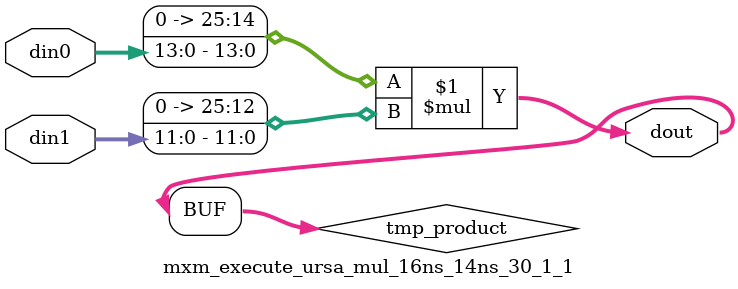
<source format=v>

`timescale 1 ns / 1 ps

  module mxm_execute_ursa_mul_16ns_14ns_30_1_1(din0, din1, dout);
parameter ID = 1;
parameter NUM_STAGE = 0;
parameter din0_WIDTH = 14;
parameter din1_WIDTH = 12;
parameter dout_WIDTH = 26;

input [din0_WIDTH - 1 : 0] din0; 
input [din1_WIDTH - 1 : 0] din1; 
output [dout_WIDTH - 1 : 0] dout;

wire signed [dout_WIDTH - 1 : 0] tmp_product;










assign tmp_product = $signed({1'b0, din0}) * $signed({1'b0, din1});











assign dout = tmp_product;







endmodule

</source>
